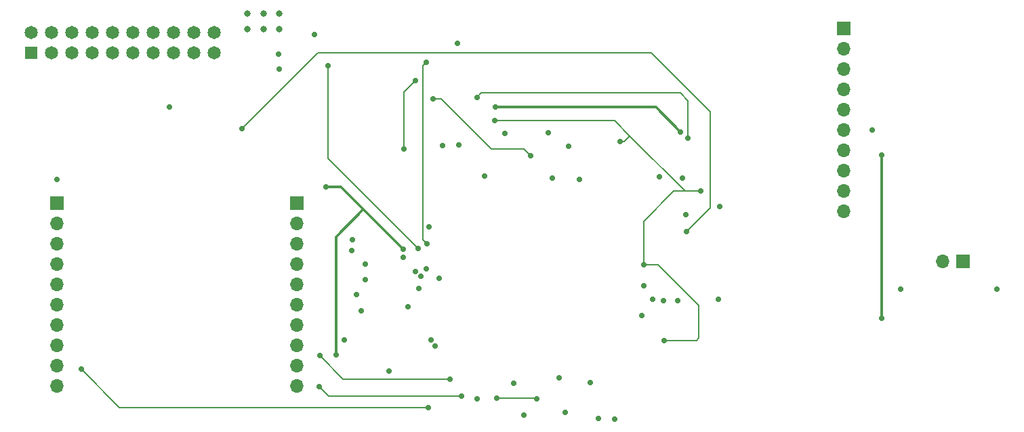
<source format=gbr>
%TF.GenerationSoftware,KiCad,Pcbnew,8.0.5*%
%TF.CreationDate,2025-01-29T19:48:31-05:00*%
%TF.ProjectId,Power_Supplies_DSP,506f7765-725f-4537-9570-706c6965735f,rev?*%
%TF.SameCoordinates,Original*%
%TF.FileFunction,Copper,L4,Bot*%
%TF.FilePolarity,Positive*%
%FSLAX46Y46*%
G04 Gerber Fmt 4.6, Leading zero omitted, Abs format (unit mm)*
G04 Created by KiCad (PCBNEW 8.0.5) date 2025-01-29 19:48:31*
%MOMM*%
%LPD*%
G01*
G04 APERTURE LIST*
%TA.AperFunction,ComponentPad*%
%ADD10R,1.650000X1.650000*%
%TD*%
%TA.AperFunction,ComponentPad*%
%ADD11C,1.650000*%
%TD*%
%TA.AperFunction,ComponentPad*%
%ADD12R,1.700000X1.700000*%
%TD*%
%TA.AperFunction,ComponentPad*%
%ADD13O,1.700000X1.700000*%
%TD*%
%TA.AperFunction,ViaPad*%
%ADD14C,0.700000*%
%TD*%
%TA.AperFunction,ViaPad*%
%ADD15C,0.800000*%
%TD*%
%TA.AperFunction,Conductor*%
%ADD16C,0.200000*%
%TD*%
%TA.AperFunction,Conductor*%
%ADD17C,0.300000*%
%TD*%
G04 APERTURE END LIST*
D10*
%TO.P,J7,1,1*%
%TO.N,3.3V*%
X147950000Y-122950000D03*
D11*
%TO.P,J7,2,2*%
X147950000Y-120410000D03*
%TO.P,J7,3,3*%
%TO.N,JTRST*%
X150490000Y-122950000D03*
%TO.P,J7,4,4*%
%TO.N,GND*%
X150490000Y-120410000D03*
%TO.P,J7,5,5*%
%TO.N,JTDI*%
X153030000Y-122950000D03*
%TO.P,J7,6,6*%
%TO.N,GND*%
X153030000Y-120410000D03*
%TO.P,J7,7,7*%
%TO.N,SWDIO*%
X155570000Y-122950000D03*
%TO.P,J7,8,8*%
%TO.N,GND*%
X155570000Y-120410000D03*
%TO.P,J7,9,9*%
%TO.N,SWCLK*%
X158110000Y-122950000D03*
%TO.P,J7,10,10*%
%TO.N,GND*%
X158110000Y-120410000D03*
%TO.P,J7,11,11*%
%TO.N,Net-(J7-Pad11)*%
X160650000Y-122950000D03*
%TO.P,J7,12,12*%
%TO.N,GND*%
X160650000Y-120410000D03*
%TO.P,J7,13,13*%
%TO.N,JTDO_SWO*%
X163190000Y-122950000D03*
%TO.P,J7,14,14*%
%TO.N,GND*%
X163190000Y-120410000D03*
%TO.P,J7,15,15*%
%TO.N,unconnected-(J7-Pad15)*%
X165730000Y-122950000D03*
%TO.P,J7,16,16*%
%TO.N,GND*%
X165730000Y-120410000D03*
%TO.P,J7,17,17*%
%TO.N,Net-(J7-Pad17)*%
X168270000Y-122950000D03*
%TO.P,J7,18,18*%
%TO.N,GND*%
X168270000Y-120410000D03*
%TO.P,J7,19,19*%
%TO.N,Net-(J7-Pad19)*%
X170810000Y-122950000D03*
%TO.P,J7,20,20*%
%TO.N,GND*%
X170810000Y-120410000D03*
%TD*%
D12*
%TO.P,J6,1*%
%TO.N,SPI3_MOSI*%
X249500000Y-119905000D03*
D13*
%TO.P,J6,2*%
%TO.N,SPI3_MISO*%
X249500000Y-122445000D03*
%TO.P,J6,3*%
%TO.N,SPI3_SCK*%
X249500000Y-124985000D03*
%TO.P,J6,4*%
%TO.N,unconnected-(J6-Pad4)*%
X249500000Y-127525000D03*
%TO.P,J6,5*%
%TO.N,CHANNEL_1*%
X249500000Y-130065000D03*
%TO.P,J6,6*%
%TO.N,GND*%
X249500000Y-132605000D03*
%TO.P,J6,7*%
%TO.N,CHANNEL_2*%
X249500000Y-135145000D03*
%TO.P,J6,8*%
%TO.N,unconnected-(J6-Pad8)*%
X249500000Y-137685000D03*
%TO.P,J6,9*%
%TO.N,I2C3_SDA*%
X249500000Y-140225000D03*
%TO.P,J6,10*%
%TO.N,I2C3_SCL*%
X249500000Y-142765000D03*
%TD*%
D12*
%TO.P,J5,1*%
%TO.N,CHANNEL_1*%
X264375000Y-148997500D03*
D13*
%TO.P,J5,2*%
%TO.N,CHANNEL_2*%
X261835000Y-148997500D03*
%TD*%
D12*
%TO.P,J4,1*%
%TO.N,SAI1_MCLK_A*%
X181175000Y-141770000D03*
D13*
%TO.P,J4,2*%
%TO.N,SAI1_SD_B*%
X181175000Y-144310000D03*
%TO.P,J4,3*%
%TO.N,SAI1_FS_A*%
X181175000Y-146850000D03*
%TO.P,J4,4*%
%TO.N,SAI1_SCK_A*%
X181175000Y-149390000D03*
%TO.P,J4,5*%
%TO.N,unconnected-(J4-Pad5)*%
X181175000Y-151930000D03*
%TO.P,J4,6*%
%TO.N,unconnected-(J4-Pad6)*%
X181175000Y-154470000D03*
%TO.P,J4,7*%
%TO.N,SAI2_FS_B*%
X181175000Y-157010000D03*
%TO.P,J4,8*%
%TO.N,SAI2_SD_B*%
X181175000Y-159550000D03*
%TO.P,J4,9*%
%TO.N,SAI2_MCLK_B*%
X181175000Y-162090000D03*
%TO.P,J4,10*%
%TO.N,SAI2_SCK_B*%
X181175000Y-164630000D03*
%TD*%
D12*
%TO.P,J1,1*%
%TO.N,GND*%
X151175000Y-141770000D03*
D13*
%TO.P,J1,2*%
%TO.N,unconnected-(J1-Pad2)*%
X151175000Y-144310000D03*
%TO.P,J1,3*%
%TO.N,5V*%
X151175000Y-146850000D03*
%TO.P,J1,4*%
%TO.N,unconnected-(J1-Pad4)*%
X151175000Y-149390000D03*
%TO.P,J1,5*%
%TO.N,unconnected-(J1-Pad5)*%
X151175000Y-151930000D03*
%TO.P,J1,6*%
%TO.N,I2C4_SDA*%
X151175000Y-154470000D03*
%TO.P,J1,7*%
%TO.N,I2C4_SCL*%
X151175000Y-157010000D03*
%TO.P,J1,8*%
%TO.N,unconnected-(J1-Pad8)*%
X151175000Y-159550000D03*
%TO.P,J1,9*%
%TO.N,3.3V*%
X151175000Y-162090000D03*
%TO.P,J1,10*%
%TO.N,unconnected-(J1-Pad10)*%
X151175000Y-164630000D03*
%TD*%
D14*
%TO.N,GND*%
X179000000Y-125000000D03*
D15*
X179000000Y-120000000D03*
X177000000Y-120000000D03*
X175000000Y-120000000D03*
X175000000Y-118000000D03*
X177000000Y-118000000D03*
X179000000Y-118000000D03*
D14*
X165225000Y-129700000D03*
X178850000Y-123150000D03*
%TO.N,Net-(U2A-PC15-OSC32_OUT)*%
X196275000Y-147400000D03*
X185050000Y-124600000D03*
%TO.N,Net-(U2A-PC14-OSC32_IN)*%
X197450000Y-146850000D03*
X197375000Y-124100000D03*
%TO.N,3.3V*%
X154200000Y-162475000D03*
X194475000Y-147525000D03*
X206125000Y-166125000D03*
X186050000Y-160750000D03*
X211150000Y-166200000D03*
X231625000Y-140250000D03*
X221575000Y-134075000D03*
X205850000Y-131450000D03*
X227075000Y-158925000D03*
X197600000Y-167275000D03*
X224475000Y-149450000D03*
X184775000Y-139700000D03*
%TO.N,JTDI*%
X229100000Y-132850000D03*
X205950000Y-129700000D03*
%TO.N,SWDIO*%
X174325000Y-132450000D03*
X229825000Y-145300000D03*
%TO.N,SWCLK*%
X203650000Y-128525000D03*
X230025000Y-133625000D03*
%TO.N,JTRST*%
X194550000Y-135000000D03*
X196000000Y-126450000D03*
%TO.N,JTDO_SWO*%
X210400000Y-135850000D03*
X198175000Y-128675000D03*
%TO.N,SAI2_SCK_B*%
X183975000Y-164650000D03*
X201750000Y-165850000D03*
%TO.N,SAI2_SD_B*%
X184000000Y-160775000D03*
X200300000Y-163725000D03*
%TO.N,GND*%
X229325000Y-138575000D03*
X203725000Y-166175000D03*
X192675000Y-162750000D03*
X197683360Y-144709329D03*
X226450000Y-138475000D03*
X188050000Y-147650000D03*
X233800000Y-153800000D03*
X224250000Y-155825000D03*
X218800000Y-168700000D03*
X224475000Y-152075000D03*
X226975000Y-153975000D03*
X268650000Y-152522500D03*
X225575000Y-153750000D03*
X197300000Y-149925000D03*
X195075000Y-154725000D03*
X228725000Y-153975000D03*
X229775000Y-143200000D03*
X256625000Y-152522500D03*
X188100000Y-146275000D03*
X212575000Y-132900000D03*
X198400000Y-159650000D03*
X217850000Y-164200000D03*
X215125000Y-134600000D03*
X209500000Y-168250000D03*
X207150000Y-133050000D03*
X187075000Y-158850000D03*
X198950000Y-151175000D03*
X204625000Y-138400000D03*
X216475000Y-138775000D03*
X151200000Y-138775000D03*
X201200000Y-121750000D03*
X188600000Y-153150000D03*
X253025000Y-132600000D03*
X194475000Y-148550000D03*
X201425000Y-134475000D03*
X234025000Y-142200000D03*
X208250000Y-164250000D03*
X213950000Y-163600000D03*
X199350000Y-134575000D03*
X220850000Y-168725000D03*
X189200000Y-155175000D03*
X183325000Y-120668750D03*
X214650000Y-167900000D03*
X197950000Y-158875000D03*
X189675000Y-151325000D03*
X213050000Y-138650000D03*
X189725000Y-149375000D03*
X196625000Y-150875000D03*
X195950000Y-150300000D03*
X196425000Y-152400000D03*
%TO.N,CHANNEL_2*%
X254200000Y-135725000D03*
X254200000Y-156100000D03*
%TD*%
D16*
%TO.N,Net-(U2A-PC15-OSC32_OUT)*%
X185050000Y-124600000D02*
X185050000Y-136175000D01*
X185050000Y-136175000D02*
X196275000Y-147400000D01*
%TO.N,Net-(U2A-PC14-OSC32_IN)*%
X196900000Y-124575000D02*
X197375000Y-124100000D01*
X196900000Y-146300000D02*
X196900000Y-124575000D01*
X197450000Y-146850000D02*
X196900000Y-146300000D01*
%TO.N,3.3V*%
X220875000Y-131450000D02*
X222775000Y-133350000D01*
X211075000Y-166125000D02*
X211150000Y-166200000D01*
D17*
X189475000Y-142525000D02*
X186050000Y-145950000D01*
D16*
X224475000Y-149450000D02*
X226250000Y-149450000D01*
D17*
X184775000Y-139700000D02*
X186650000Y-139700000D01*
D16*
X228275000Y-140250000D02*
X229675000Y-140250000D01*
X224475000Y-144050000D02*
X228275000Y-140250000D01*
X231350000Y-154550000D02*
X231350000Y-158625000D01*
X231350000Y-158625000D02*
X231075000Y-158900000D01*
D17*
X189475000Y-142525000D02*
X194475000Y-147525000D01*
D16*
X206125000Y-166125000D02*
X211075000Y-166125000D01*
D17*
X186050000Y-145950000D02*
X186050000Y-160750000D01*
D16*
X197600000Y-167275000D02*
X159000000Y-167275000D01*
X159000000Y-167275000D02*
X154200000Y-162475000D01*
X227100000Y-158900000D02*
X227075000Y-158925000D01*
X231075000Y-158900000D02*
X227100000Y-158900000D01*
X224475000Y-149450000D02*
X224475000Y-144050000D01*
X205850000Y-131450000D02*
X220875000Y-131450000D01*
X222775000Y-133350000D02*
X229675000Y-140250000D01*
X222050000Y-134075000D02*
X222775000Y-133350000D01*
X226250000Y-149450000D02*
X231350000Y-154550000D01*
D17*
X186650000Y-139700000D02*
X189475000Y-142525000D01*
D16*
X229675000Y-140250000D02*
X231625000Y-140250000D01*
X221575000Y-134075000D02*
X222050000Y-134075000D01*
D17*
%TO.N,JTDI*%
X206000000Y-129750000D02*
X226000000Y-129750000D01*
X205950000Y-129700000D02*
X206000000Y-129750000D01*
X226000000Y-129750000D02*
X229100000Y-132850000D01*
D16*
%TO.N,SWDIO*%
X225475000Y-122975000D02*
X183800000Y-122975000D01*
X183800000Y-122975000D02*
X174325000Y-132450000D01*
X232775000Y-142350000D02*
X232775000Y-130275000D01*
X229825000Y-145300000D02*
X232775000Y-142350000D01*
X232775000Y-130275000D02*
X225475000Y-122975000D01*
%TO.N,SWCLK*%
X230025000Y-128925000D02*
X229075000Y-127975000D01*
X230025000Y-133625000D02*
X230025000Y-128925000D01*
X204200000Y-127975000D02*
X203650000Y-128525000D01*
X229075000Y-127975000D02*
X204200000Y-127975000D01*
%TO.N,JTRST*%
X194550000Y-127900000D02*
X196000000Y-126450000D01*
X194550000Y-135000000D02*
X194550000Y-127900000D01*
%TO.N,JTDO_SWO*%
X209500000Y-134950000D02*
X210400000Y-135850000D01*
X205450000Y-134950000D02*
X209500000Y-134950000D01*
X199175000Y-128675000D02*
X205450000Y-134950000D01*
X198175000Y-128675000D02*
X199175000Y-128675000D01*
%TO.N,SAI2_SCK_B*%
X183975000Y-164650000D02*
X185175000Y-165850000D01*
X185175000Y-165850000D02*
X201750000Y-165850000D01*
%TO.N,SAI2_SD_B*%
X186950000Y-163725000D02*
X200300000Y-163725000D01*
X184000000Y-160775000D02*
X186950000Y-163725000D01*
D17*
%TO.N,CHANNEL_2*%
X254200000Y-135725000D02*
X254200000Y-156100000D01*
%TD*%
M02*

</source>
